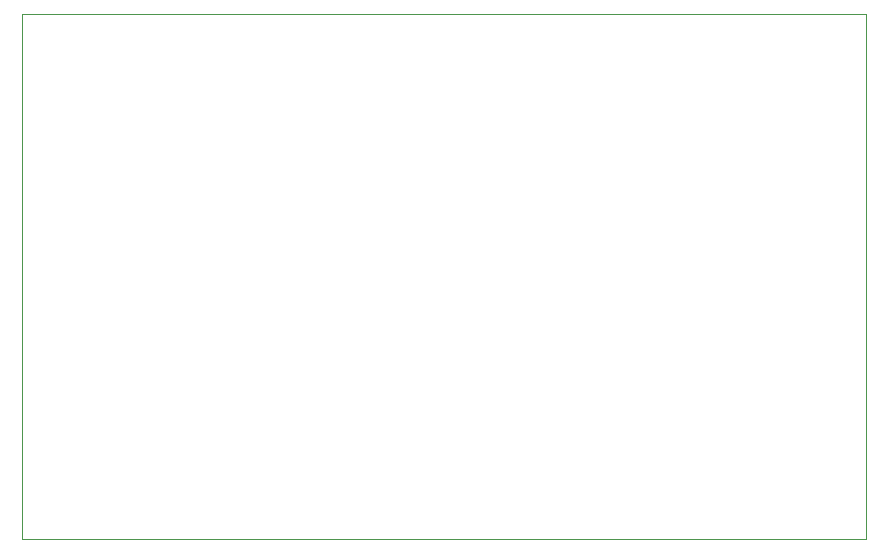
<source format=gbr>
%TF.GenerationSoftware,KiCad,Pcbnew,8.0.4-8.0.4-0~ubuntu24.04.1*%
%TF.CreationDate,2024-08-20T13:37:47+02:00*%
%TF.ProjectId,motor-driver-breakout,6d6f746f-722d-4647-9269-7665722d6272,rev?*%
%TF.SameCoordinates,Original*%
%TF.FileFunction,Profile,NP*%
%FSLAX46Y46*%
G04 Gerber Fmt 4.6, Leading zero omitted, Abs format (unit mm)*
G04 Created by KiCad (PCBNEW 8.0.4-8.0.4-0~ubuntu24.04.1) date 2024-08-20 13:37:47*
%MOMM*%
%LPD*%
G01*
G04 APERTURE LIST*
%TA.AperFunction,Profile*%
%ADD10C,0.100000*%
%TD*%
G04 APERTURE END LIST*
D10*
X153500000Y-29500000D02*
X225000000Y-29500000D01*
X225000000Y-74000000D01*
X153500000Y-74000000D01*
X153500000Y-29500000D01*
M02*

</source>
